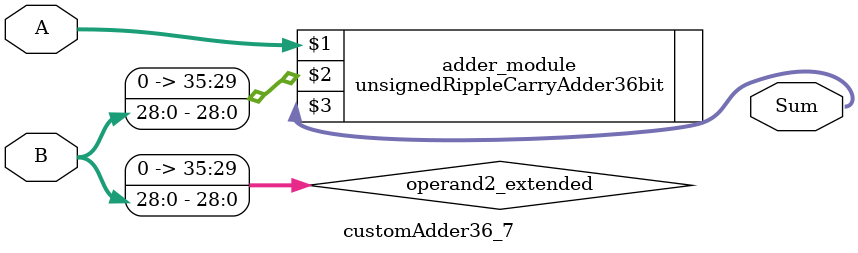
<source format=v>
module customAdder36_7(
                        input [35 : 0] A,
                        input [28 : 0] B,
                        
                        output [36 : 0] Sum
                );

        wire [35 : 0] operand2_extended;
        
        assign operand2_extended =  {7'b0, B};
        
        unsignedRippleCarryAdder36bit adder_module(
            A,
            operand2_extended,
            Sum
        );
        
        endmodule
        
</source>
